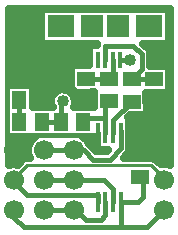
<source format=gbr>
G04 DipTrace 2.3.0.3*
%INTop.gbr*%
%MOIN*%
%ADD13C,0.015*%
%ADD14C,0.01*%
%ADD15C,0.025*%
%ADD16R,0.0591X0.0512*%
%ADD17R,0.0512X0.0591*%
%ADD18R,0.0157X0.0709*%
%ADD19C,0.0669*%
%ADD20R,0.0157X0.0551*%
%ADD21R,0.0728X0.0748*%
%ADD22R,0.0906X0.0748*%
%ADD23C,0.04*%
%FSLAX44Y44*%
G04*
G70*
G90*
G75*
G01*
%LNTop*%
%LPD*%
X8630Y6625D2*
D13*
X9403D1*
X9530Y6753D1*
X9440D1*
X5360Y8428D2*
Y9065D1*
X4200D1*
Y6993D1*
X4440Y6753D1*
X6957Y9763D2*
X6387D1*
X6190Y9565D1*
Y9039D1*
X6843Y8387D1*
X9103Y8367D2*
Y7090D1*
X9440Y6753D1*
X4440D2*
Y6815D1*
X4877Y7252D1*
X7155D1*
X7217Y7315D1*
X8353Y8377D2*
X7730Y7754D1*
Y7342D1*
X7729Y7315D1*
X7610Y8387D2*
X7473D1*
Y7815D1*
Y7315D1*
X6745Y7690D2*
X6752D1*
X6878Y7815D1*
X7473D1*
X7470Y9763D2*
Y10242D1*
X8410D1*
X8690Y9963D1*
Y9463D1*
X8353Y9125D1*
X9103D1*
Y9115D1*
X7724Y9763D2*
Y9196D1*
X7662Y9135D1*
X7610D1*
X6843D2*
X7610D1*
X5440Y4753D2*
X6440D1*
X6503D1*
X6815Y4440D1*
X7315D1*
X7473Y4598D1*
Y5032D1*
X5440Y5753D2*
X6440D1*
X7440D1*
X7729Y5463D1*
Y5032D1*
X5440Y6753D2*
X6440D1*
X6753D1*
X7065Y6440D1*
X7627D1*
X8002Y6815D1*
Y7378D1*
X7985Y7315D1*
X4600Y7690D2*
Y8416D1*
X4612Y8428D1*
X4440Y5753D2*
X4360D1*
X4860Y5253D1*
X7217D1*
Y5032D1*
X4440Y5753D2*
D14*
Y5815D1*
X4878Y6253D1*
X9000D1*
X9500Y5753D1*
X9440D1*
X4440Y4753D2*
D13*
Y4502D1*
X4752Y4190D1*
X7985D1*
X8877D1*
X9440Y4753D1*
X7985Y5032D2*
Y4190D1*
X5348Y7690D2*
X5997D1*
X7978Y9763D2*
X8300D1*
X6065Y8378D2*
X5997D1*
Y7690D1*
X7985Y5032D2*
X8569D1*
X8720Y5183D1*
Y5877D1*
X8630D1*
D23*
X8300Y9763D3*
X6065Y8378D3*
X4279Y11219D2*
D15*
X5311D1*
X4279Y10970D2*
X5311D1*
X4279Y10721D2*
X5311D1*
X4279Y10473D2*
X5311D1*
X4279Y10224D2*
X6909D1*
X8846D2*
X9601D1*
X4279Y9975D2*
X6909D1*
X8990D2*
X9601D1*
X4279Y9727D2*
X6909D1*
X8990D2*
X9601D1*
X4279Y9478D2*
X6319D1*
X4279Y9229D2*
X6319D1*
X4279Y8981D2*
X6319D1*
X5096Y8732D2*
X5851D1*
X5096Y8483D2*
X5651D1*
X6479D2*
X7089D1*
X8873D2*
X9601D1*
X5096Y8235D2*
X5663D1*
X6467D2*
X7089D1*
X8873D2*
X9601D1*
X8873Y7986D2*
X9601D1*
X8291Y7737D2*
X9601D1*
X8291Y7489D2*
X9601D1*
X8303Y7240D2*
X9601D1*
X4279Y6991D2*
X4933D1*
X6947D2*
X7167D1*
X8303D2*
X9601D1*
X4279Y6742D2*
X4878D1*
X7178D2*
X7515D1*
X8295D2*
X9601D1*
X4279Y6494D2*
X4780D1*
X9096D2*
X9601D1*
X8969Y9573D2*
X9600D1*
Y8657D1*
X8846D1*
X8850Y7960D1*
Y7919D1*
X8283Y7916D1*
X8236Y7869D1*
X8266Y7871D1*
Y7461D1*
X8279Y7378D1*
Y6815D1*
X8249Y6691D1*
X8198Y6619D1*
X8085Y6506D1*
X9000Y6505D1*
X9123Y6472D1*
X9178Y6431D1*
X9330Y6279D1*
X9411Y6288D1*
X9536Y6281D1*
X9629Y6252D1*
X9626Y8815D1*
X9625Y11468D1*
X4255Y11467D1*
X4254Y8924D1*
X5070Y8925D1*
Y8187D1*
X5715D1*
X5686Y8242D1*
X5663Y8365D1*
X5679Y8488D1*
X5731Y8601D1*
X5815Y8693D1*
X5924Y8754D1*
X6046Y8779D1*
X6169Y8766D1*
X6283Y8715D1*
X6376Y8632D1*
X6439Y8525D1*
X6467Y8378D1*
X6448Y8255D1*
X6414Y8188D1*
X6455Y8183D1*
X7111Y8187D1*
X7113Y8681D1*
X6840Y8677D1*
X6345D1*
Y9593D1*
X6935D1*
Y10240D1*
X7194Y10246D1*
X7202Y10310D1*
X6458Y10308D1*
X5335D1*
Y11460D1*
X6645Y11457D1*
X6583Y11460D1*
X7591Y11457D1*
X7845Y11460D1*
X8477Y11457D1*
X8914Y11461D1*
X9598D1*
Y10309D1*
X8735D1*
X8886Y10158D1*
X8952Y10049D1*
X8967Y9963D1*
Y9576D1*
X7191Y7193D2*
X6746D1*
X6853Y7095D1*
X6930Y6965D1*
X7178Y6719D1*
X7514Y6717D1*
X7556Y6760D1*
X7448Y6763D1*
X7504Y6759D1*
X7192D1*
Y7192D1*
X5058Y7196D2*
X4808Y7193D1*
X4257D1*
X4253Y6253D1*
X4288Y6267D1*
X4411Y6288D1*
X4547Y6277D1*
X4699Y6431D1*
X4809Y6494D1*
X4878Y6505D1*
X4967D1*
X4935Y6570D1*
X4907Y6692D1*
Y6816D1*
X4936Y6938D1*
X4993Y7049D1*
X5073Y7144D1*
X5139Y7193D1*
X4890Y7197D1*
D16*
X8630Y6625D3*
Y5877D3*
X9103Y9115D3*
Y8367D3*
X6843Y9135D3*
Y8387D3*
D17*
X5360Y8428D3*
X4612D3*
D16*
X8353Y9125D3*
Y8377D3*
X7610Y9135D3*
Y8387D3*
D17*
X6745Y7690D3*
X5997D3*
X4600D3*
X5348D3*
D18*
X7985Y7315D3*
X7729D3*
X7473D3*
X7217D3*
Y5032D3*
X7473D3*
X7729D3*
X7985D3*
D19*
X5440Y4753D3*
X4440D3*
X5440Y5753D3*
X4440D3*
X5440Y6753D3*
X4440D3*
X6440D3*
X9440D3*
X6440Y5753D3*
X9440D3*
X6440Y4753D3*
X9440D3*
D20*
X7470Y9763D3*
X7216D3*
X7978D3*
X6957D3*
X7724D3*
D21*
X7911Y10884D3*
D22*
X8944Y10885D3*
X5990Y10884D3*
D21*
X7025D3*
M02*

</source>
